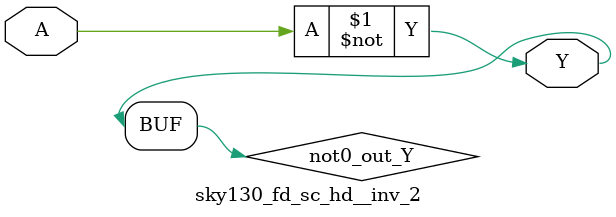
<source format=v>
/*
 * Copyright 2020 The SkyWater PDK Authors
 *
 * Licensed under the Apache License, Version 2.0 (the "License");
 * you may not use this file except in compliance with the License.
 * You may obtain a copy of the License at
 *
 *     https://www.apache.org/licenses/LICENSE-2.0
 *
 * Unless required by applicable law or agreed to in writing, software
 * distributed under the License is distributed on an "AS IS" BASIS,
 * WITHOUT WARRANTIES OR CONDITIONS OF ANY KIND, either express or implied.
 * See the License for the specific language governing permissions and
 * limitations under the License.
 *
 * SPDX-License-Identifier: Apache-2.0
*/


`ifndef SKY130_FD_SC_HD__INV_2_FUNCTIONAL_V
`define SKY130_FD_SC_HD__INV_2_FUNCTIONAL_V

/**
 * inv: Inverter.
 *
 * Verilog simulation functional model.
 */

`timescale 1ns / 1ps
`default_nettype none

`celldefine
module sky130_fd_sc_hd__inv_2 (
    Y,
    A
);

    // Module ports
    output Y;
    input  A;

    // Local signals
    wire not0_out_Y;

    //  Name  Output      Other arguments
    not not0 (not0_out_Y, A              );
    buf buf0 (Y         , not0_out_Y     );

endmodule
`endcelldefine

`default_nettype wire
`endif  // SKY130_FD_SC_HD__INV_2_FUNCTIONAL_V

</source>
